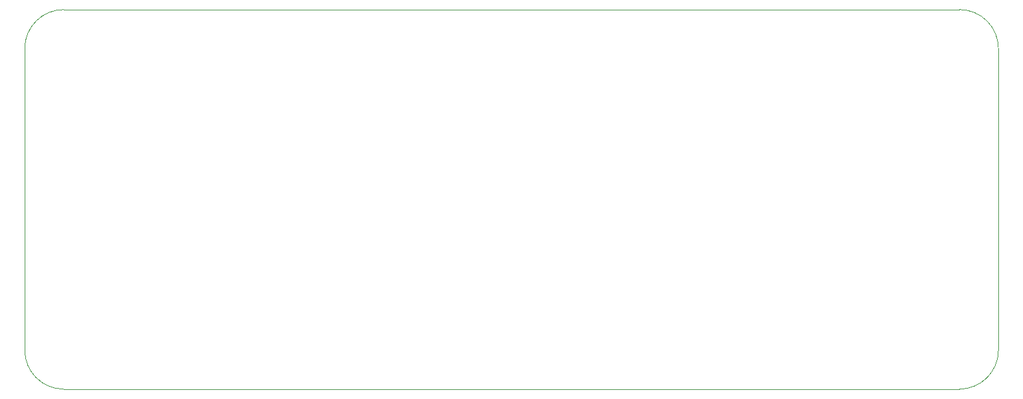
<source format=gbr>
G04 #@! TF.GenerationSoftware,KiCad,Pcbnew,(5.1.4)-1*
G04 #@! TF.CreationDate,2020-01-16T18:24:32+01:00*
G04 #@! TF.ProjectId,sinT,73696e54-2e6b-4696-9361-645f70636258,rev?*
G04 #@! TF.SameCoordinates,Original*
G04 #@! TF.FileFunction,Profile,NP*
%FSLAX46Y46*%
G04 Gerber Fmt 4.6, Leading zero omitted, Abs format (unit mm)*
G04 Created by KiCad (PCBNEW (5.1.4)-1) date 2020-01-16 18:24:32*
%MOMM*%
%LPD*%
G04 APERTURE LIST*
%ADD10C,0.050000*%
%ADD11C,0.100000*%
G04 APERTURE END LIST*
D10*
X86360000Y-106680000D02*
G75*
G02X91440000Y-101600000I5080000J0D01*
G01*
X91440000Y-151130000D02*
G75*
G02X86360000Y-146050000I0J5080000D01*
G01*
X213360000Y-146050000D02*
G75*
G02X208280000Y-151130000I-5080000J0D01*
G01*
X208280000Y-101600000D02*
G75*
G02X213360000Y-106680000I0J-5080000D01*
G01*
D11*
X86360000Y-146050000D02*
X86360000Y-106680000D01*
X208280000Y-151130000D02*
X91440000Y-151130000D01*
X213360000Y-106680000D02*
X213360000Y-146050000D01*
X91440000Y-101600000D02*
X208280000Y-101600000D01*
M02*

</source>
